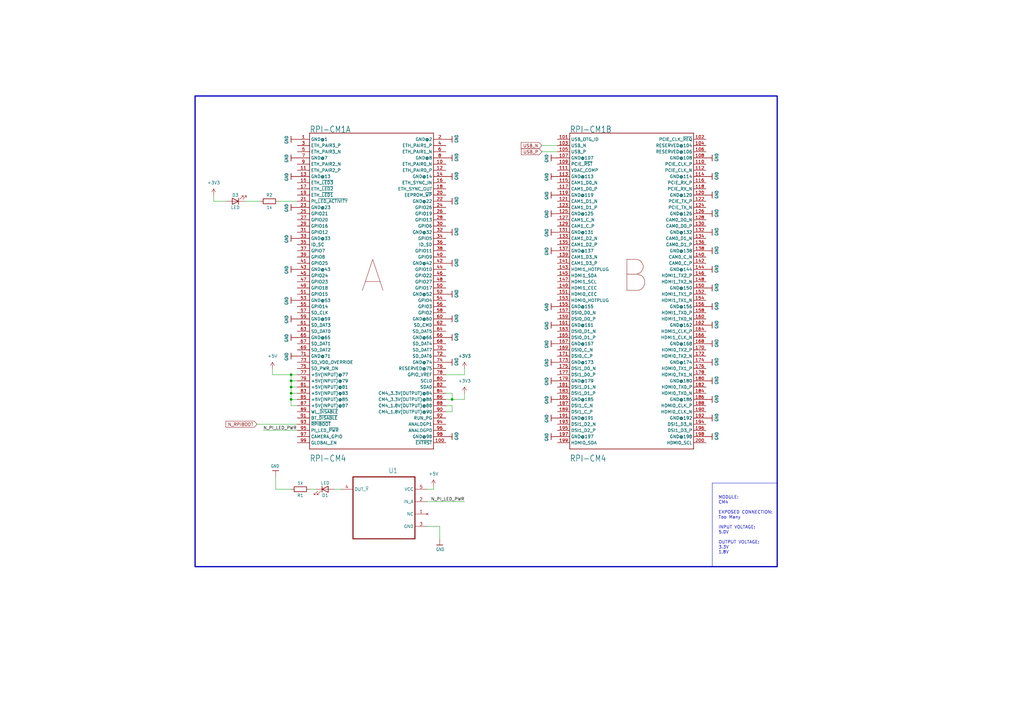
<source format=kicad_sch>
(kicad_sch (version 20230121) (generator eeschema)
  (paper "A3")
  (lib_symbols
    (symbol "AI_EINK-eagle-import:MC74VHC1G14DFT1G_MC74VHC1G14DFT1G"
      (property "Reference" "U" (at -5.6896 11.5824 0))
      (symbol "MC74VHC1G14DFT1G_MC74VHC1G14DFT1G_1_0"
        (polyline (pts (xy -12.7 -15.24) (xy 12.7 -15.24)) (stroke (width 0.4064)))
        (polyline (pts (xy -12.7 10.16) (xy -12.7 -15.24)) (stroke (width 0.4064)))
        (polyline (pts (xy 12.7 -15.24) (xy 12.7 10.16)) (stroke (width 0.4064)))
        (polyline (pts (xy 12.7 10.16) (xy -12.7 10.16)) (stroke (width 0.4064)))
        (pin no_connect line (at -17.78 -5.08 0) (length 5.08) (name "NC") (number "1"))
        (pin input line (at -17.78 0 0) (length 5.08) (name "IN_A") (number "2"))
        (pin passive line (at -17.78 -10.16 0) (length 5.08) (name "GND") (number "3"))
        (pin output line (at 17.78 5.08 180) (length 5.08) (name "OUT_~{Y}") (number "4"))
        (pin power_in line (at -17.78 5.08 0) (length 5.08) (name "VCC") (number "5"))
      )
    )
    (symbol "AI_EINK-eagle-import:RPI-CM4_RPI-CM4"
      (property "Reference" "RPI-CM4" (at -0.0183 129.6926 0))
      (symbol "RPI-CM4_RPI-CM4_1_0"
        (polyline (pts (xy 0 0) (xy 50.8 0)) (stroke (width 0.254)))
        (polyline (pts (xy 0 129.54) (xy 0 0)) (stroke (width 0.254)))
        (polyline (pts (xy 50.8 0) (xy 50.8 129.54)) (stroke (width 0.254)))
        (polyline (pts (xy 50.8 129.54) (xy 0 129.54)) (stroke (width 0.254)))
        (text "A" (at 20.32 63.5 0) (effects (font (size 12.7 12.7)) (justify left bottom)))
        (pin passive line (at -5.08 127 0) (length 5.08) (name "GND@1") (number "1"))
        (pin passive line (at 55.88 116.84 180) (length 5.08) (name "ETH_PAIR0_N") (number "10"))
        (pin passive line (at 55.88 2.54 180) (length 5.08) (name "~{EXTRST}") (number "100"))
        (pin passive line (at -5.08 114.3 0) (length 5.08) (name "ETH_PAIR2_P") (number "11"))
        (pin passive line (at 55.88 114.3 180) (length 5.08) (name "ETH_PAIR0_P") (number "12"))
        (pin passive line (at -5.08 111.76 0) (length 5.08) (name "GND@13") (number "13"))
        (pin passive line (at 55.88 111.76 180) (length 5.08) (name "GND@14") (number "14"))
        (pin passive line (at -5.08 109.22 0) (length 5.08) (name "ETH_~{LED3}") (number "15"))
        (pin passive line (at 55.88 109.22 180) (length 5.08) (name "ETH_SYNC_IN") (number "16"))
        (pin passive line (at -5.08 106.68 0) (length 5.08) (name "ETH_~{LED2}") (number "17"))
        (pin passive line (at 55.88 106.68 180) (length 5.08) (name "ETH_SYNC_OUT") (number "18"))
        (pin passive line (at -5.08 104.14 0) (length 5.08) (name "ETH_~{LED1}") (number "19"))
        (pin passive line (at 55.88 127 180) (length 5.08) (name "GND@2") (number "2"))
        (pin passive line (at 55.88 104.14 180) (length 5.08) (name "EEPROM_~{WP}") (number "20"))
        (pin passive line (at -5.08 101.6 0) (length 5.08) (name "PI_~{LED_ACTIVITY}") (number "21"))
        (pin passive line (at 55.88 101.6 180) (length 5.08) (name "GND@22") (number "22"))
        (pin passive line (at -5.08 99.06 0) (length 5.08) (name "GND@23") (number "23"))
        (pin passive line (at 55.88 99.06 180) (length 5.08) (name "GPIO26") (number "24"))
        (pin passive line (at -5.08 96.52 0) (length 5.08) (name "GPIO21") (number "25"))
        (pin passive line (at 55.88 96.52 180) (length 5.08) (name "GPIO19") (number "26"))
        (pin passive line (at -5.08 93.98 0) (length 5.08) (name "GPIO20") (number "27"))
        (pin passive line (at 55.88 93.98 180) (length 5.08) (name "GPIO13") (number "28"))
        (pin passive line (at -5.08 91.44 0) (length 5.08) (name "GPIO16") (number "29"))
        (pin passive line (at -5.08 124.46 0) (length 5.08) (name "ETH_PAIR3_P") (number "3"))
        (pin passive line (at 55.88 91.44 180) (length 5.08) (name "GPIO6") (number "30"))
        (pin passive line (at -5.08 88.9 0) (length 5.08) (name "GPIO12") (number "31"))
        (pin passive line (at 55.88 88.9 180) (length 5.08) (name "GND@32") (number "32"))
        (pin passive line (at -5.08 86.36 0) (length 5.08) (name "GND@33") (number "33"))
        (pin passive line (at 55.88 86.36 180) (length 5.08) (name "GPIO5") (number "34"))
        (pin passive line (at -5.08 83.82 0) (length 5.08) (name "ID_SC") (number "35"))
        (pin passive line (at 55.88 83.82 180) (length 5.08) (name "ID_SD") (number "36"))
        (pin passive line (at -5.08 81.28 0) (length 5.08) (name "GPIO7") (number "37"))
        (pin passive line (at 55.88 81.28 180) (length 5.08) (name "GPIO11") (number "38"))
        (pin passive line (at -5.08 78.74 0) (length 5.08) (name "GPIO8") (number "39"))
        (pin passive line (at 55.88 124.46 180) (length 5.08) (name "ETH_PAIR1_P") (number "4"))
        (pin passive line (at 55.88 78.74 180) (length 5.08) (name "GPIO9") (number "40"))
        (pin passive line (at -5.08 76.2 0) (length 5.08) (name "GPIO25") (number "41"))
        (pin passive line (at 55.88 76.2 180) (length 5.08) (name "GND@42") (number "42"))
        (pin passive line (at -5.08 73.66 0) (length 5.08) (name "GND@43") (number "43"))
        (pin passive line (at 55.88 73.66 180) (length 5.08) (name "GPIO10") (number "44"))
        (pin passive line (at -5.08 71.12 0) (length 5.08) (name "GPIO24") (number "45"))
        (pin passive line (at 55.88 71.12 180) (length 5.08) (name "GPIO22") (number "46"))
        (pin passive line (at -5.08 68.58 0) (length 5.08) (name "GPIO23") (number "47"))
        (pin passive line (at 55.88 68.58 180) (length 5.08) (name "GPIO27") (number "48"))
        (pin passive line (at -5.08 66.04 0) (length 5.08) (name "GPIO18") (number "49"))
        (pin passive line (at -5.08 121.92 0) (length 5.08) (name "ETH_PAIR3_N") (number "5"))
        (pin passive line (at 55.88 66.04 180) (length 5.08) (name "GPIO17") (number "50"))
        (pin passive line (at -5.08 63.5 0) (length 5.08) (name "GPIO15") (number "51"))
        (pin passive line (at 55.88 63.5 180) (length 5.08) (name "GND@52") (number "52"))
        (pin passive line (at -5.08 60.96 0) (length 5.08) (name "GND@53") (number "53"))
        (pin passive line (at 55.88 60.96 180) (length 5.08) (name "GPIO4") (number "54"))
        (pin passive line (at -5.08 58.42 0) (length 5.08) (name "GPIO14") (number "55"))
        (pin passive line (at 55.88 58.42 180) (length 5.08) (name "GPIO3") (number "56"))
        (pin passive line (at -5.08 55.88 0) (length 5.08) (name "SD_CLK") (number "57"))
        (pin passive line (at 55.88 55.88 180) (length 5.08) (name "GPIO2") (number "58"))
        (pin passive line (at -5.08 53.34 0) (length 5.08) (name "GND@59") (number "59"))
        (pin passive line (at 55.88 121.92 180) (length 5.08) (name "ETH_PAIR1_N") (number "6"))
        (pin passive line (at 55.88 53.34 180) (length 5.08) (name "GND@60") (number "60"))
        (pin passive line (at -5.08 50.8 0) (length 5.08) (name "SD_DAT3") (number "61"))
        (pin passive line (at 55.88 50.8 180) (length 5.08) (name "SD_CMD") (number "62"))
        (pin passive line (at -5.08 48.26 0) (length 5.08) (name "SD_DAT0") (number "63"))
        (pin passive line (at 55.88 48.26 180) (length 5.08) (name "SD_DAT5") (number "64"))
        (pin passive line (at -5.08 45.72 0) (length 5.08) (name "GND@65") (number "65"))
        (pin passive line (at 55.88 45.72 180) (length 5.08) (name "GND@66") (number "66"))
        (pin passive line (at -5.08 43.18 0) (length 5.08) (name "SD_DAT1") (number "67"))
        (pin passive line (at 55.88 43.18 180) (length 5.08) (name "SD_DAT4") (number "68"))
        (pin passive line (at -5.08 40.64 0) (length 5.08) (name "SD_DAT2") (number "69"))
        (pin passive line (at -5.08 119.38 0) (length 5.08) (name "GND@7") (number "7"))
        (pin passive line (at 55.88 40.64 180) (length 5.08) (name "SD_DAT7") (number "70"))
        (pin passive line (at -5.08 38.1 0) (length 5.08) (name "GND@71") (number "71"))
        (pin passive line (at 55.88 38.1 180) (length 5.08) (name "SD_DAT6") (number "72"))
        (pin passive line (at -5.08 35.56 0) (length 5.08) (name "SD_VDD_OVERRIDE") (number "73"))
        (pin passive line (at 55.88 35.56 180) (length 5.08) (name "GND@74") (number "74"))
        (pin passive line (at -5.08 33.02 0) (length 5.08) (name "SD_PWR_ON") (number "75"))
        (pin passive line (at 55.88 33.02 180) (length 5.08) (name "RESERVED@75") (number "76"))
        (pin passive line (at -5.08 30.48 0) (length 5.08) (name "+5V(INPUT)@77") (number "77"))
        (pin passive line (at 55.88 30.48 180) (length 5.08) (name "GPIO_VREF") (number "78"))
        (pin passive line (at -5.08 27.94 0) (length 5.08) (name "+5V(INPUT)@79") (number "79"))
        (pin passive line (at 55.88 119.38 180) (length 5.08) (name "GND@8") (number "8"))
        (pin passive line (at 55.88 27.94 180) (length 5.08) (name "SCL0") (number "80"))
        (pin passive line (at -5.08 25.4 0) (length 5.08) (name "+5V(INPUT)@81") (number "81"))
        (pin passive line (at 55.88 25.4 180) (length 5.08) (name "SDA0") (number "82"))
        (pin passive line (at -5.08 22.86 0) (length 5.08) (name "+5V(INPUT)@83") (number "83"))
        (pin passive line (at 55.88 22.86 180) (length 5.08) (name "CM4_3.3V(OUTPUT)@84") (number "84"))
        (pin passive line (at -5.08 20.32 0) (length 5.08) (name "+5V(INPUT)@85") (number "85"))
        (pin passive line (at 55.88 20.32 180) (length 5.08) (name "CM4_3.3V(OUTPUT)@86") (number "86"))
        (pin passive line (at -5.08 17.78 0) (length 5.08) (name "+5V(INPUT)@87") (number "87"))
        (pin passive line (at 55.88 17.78 180) (length 5.08) (name "CM4_1.8V(OUTPUT)@88") (number "88"))
        (pin passive line (at -5.08 15.24 0) (length 5.08) (name "WL_~{DISABLE}") (number "89"))
        (pin passive line (at -5.08 116.84 0) (length 5.08) (name "ETH_PAIR2_N") (number "9"))
        (pin passive line (at 55.88 15.24 180) (length 5.08) (name "CM4_1.8V(OUTPUT)@90") (number "90"))
        (pin passive line (at -5.08 12.7 0) (length 5.08) (name "BT_~{DISABLE}") (number "91"))
        (pin passive line (at 55.88 12.7 180) (length 5.08) (name "RUN_PG") (number "92"))
        (pin passive line (at -5.08 10.16 0) (length 5.08) (name "~{RPIBOOT}") (number "93"))
        (pin passive line (at 55.88 10.16 180) (length 5.08) (name "ANALOGP1") (number "94"))
        (pin passive line (at -5.08 7.62 0) (length 5.08) (name "PI_LED_~{PWR}") (number "95"))
        (pin passive line (at 55.88 7.62 180) (length 5.08) (name "ANALOGP0") (number "96"))
        (pin passive line (at -5.08 5.08 0) (length 5.08) (name "CAMERA_GPIO") (number "97"))
        (pin passive line (at 55.88 5.08 180) (length 5.08) (name "GND@98") (number "98"))
        (pin passive line (at -5.08 2.54 0) (length 5.08) (name "GLOBAL_EN") (number "99"))
      )
      (symbol "RPI-CM4_RPI-CM4_2_0"
        (polyline (pts (xy 0 0) (xy 50.8 0)) (stroke (width 0.254)))
        (polyline (pts (xy 0 129.54) (xy 0 0)) (stroke (width 0.254)))
        (polyline (pts (xy 50.8 0) (xy 50.8 129.54)) (stroke (width 0.254)))
        (polyline (pts (xy 50.8 129.54) (xy 0 129.54)) (stroke (width 0.254)))
        (text "B" (at 20.32 63.5 0) (effects (font (size 12.7 12.7)) (justify left bottom)))
        (pin passive line (at -5.08 127 0) (length 5.08) (name "USB_OTG_ID") (number "101"))
        (pin passive line (at 55.88 127 180) (length 5.08) (name "PCIE_CLK_~{REQ}") (number "102"))
        (pin passive line (at -5.08 124.46 0) (length 5.08) (name "USB_N") (number "103"))
        (pin passive line (at 55.88 124.46 180) (length 5.08) (name "RESERVED@104") (number "104"))
        (pin passive line (at -5.08 121.92 0) (length 5.08) (name "USB_P") (number "105"))
        (pin passive line (at 55.88 121.92 180) (length 5.08) (name "RESERVED@106") (number "106"))
        (pin passive line (at -5.08 119.38 0) (length 5.08) (name "GND@107") (number "107"))
        (pin passive line (at 55.88 119.38 180) (length 5.08) (name "GND@108") (number "108"))
        (pin passive line (at -5.08 116.84 0) (length 5.08) (name "PCIE_~{RST}") (number "109"))
        (pin passive line (at 55.88 116.84 180) (length 5.08) (name "PCIE_CLK_P") (number "110"))
        (pin passive line (at -5.08 114.3 0) (length 5.08) (name "VDAC_COMP") (number "111"))
        (pin passive line (at 55.88 114.3 180) (length 5.08) (name "PCIE_CLK_N") (number "112"))
        (pin passive line (at -5.08 111.76 0) (length 5.08) (name "GND@113") (number "113"))
        (pin passive line (at 55.88 111.76 180) (length 5.08) (name "GND@114") (number "114"))
        (pin passive line (at -5.08 109.22 0) (length 5.08) (name "CAM1_D0_N") (number "115"))
        (pin passive line (at 55.88 109.22 180) (length 5.08) (name "PCIE_RX_P") (number "116"))
        (pin passive line (at -5.08 106.68 0) (length 5.08) (name "CAM1_D0_P") (number "117"))
        (pin passive line (at 55.88 106.68 180) (length 5.08) (name "PCIE_RX_N") (number "118"))
        (pin passive line (at -5.08 104.14 0) (length 5.08) (name "GND@119") (number "119"))
        (pin passive line (at 55.88 104.14 180) (length 5.08) (name "GND@120") (number "120"))
        (pin passive line (at -5.08 101.6 0) (length 5.08) (name "CAM1_D1_N") (number "121"))
        (pin passive line (at 55.88 101.6 180) (length 5.08) (name "PCIE_TX_P") (number "122"))
        (pin passive line (at -5.08 99.06 0) (length 5.08) (name "CAM1_D1_P") (number "123"))
        (pin passive line (at 55.88 99.06 180) (length 5.08) (name "PCIE_TX_N") (number "124"))
        (pin passive line (at -5.08 96.52 0) (length 5.08) (name "GND@125") (number "125"))
        (pin passive line (at 55.88 96.52 180) (length 5.08) (name "GND@126") (number "126"))
        (pin passive line (at -5.08 93.98 0) (length 5.08) (name "CAM1_C_N") (number "127"))
        (pin passive line (at 55.88 93.98 180) (length 5.08) (name "CAM0_D0_N") (number "128"))
        (pin passive line (at -5.08 91.44 0) (length 5.08) (name "CAM1_C_P") (number "129"))
        (pin passive line (at 55.88 91.44 180) (length 5.08) (name "CAM0_D0_P") (number "130"))
        (pin passive line (at -5.08 88.9 0) (length 5.08) (name "GND@131") (number "131"))
        (pin passive line (at 55.88 88.9 180) (length 5.08) (name "GND@132") (number "132"))
        (pin passive line (at -5.08 86.36 0) (length 5.08) (name "CAM1_D2_N") (number "133"))
        (pin passive line (at 55.88 86.36 180) (length 5.08) (name "CAM0_D1_N") (number "134"))
        (pin passive line (at -5.08 83.82 0) (length 5.08) (name "CAM1_D2_P") (number "135"))
        (pin passive line (at 55.88 83.82 180) (length 5.08) (name "CAM0_D1_P") (number "136"))
        (pin passive line (at -5.08 81.28 0) (length 5.08) (name "GND@137") (number "137"))
        (pin passive line (at 55.88 81.28 180) (length 5.08) (name "GND@138") (number "138"))
        (pin passive line (at -5.08 78.74 0) (length 5.08) (name "CAM1_D3_N") (number "139"))
        (pin passive line (at 55.88 78.74 180) (length 5.08) (name "CAM0_C_N") (number "140"))
        (pin passive line (at -5.08 76.2 0) (length 5.08) (name "CAM1_D3_P") (number "141"))
        (pin passive line (at 55.88 76.2 180) (length 5.08) (name "CAM0_C_P") (number "142"))
        (pin passive line (at -5.08 73.66 0) (length 5.08) (name "HDMI1_HOTPLUG") (number "143"))
        (pin passive line (at 55.88 73.66 180) (length 5.08) (name "GND@144") (number "144"))
        (pin passive line (at -5.08 71.12 0) (length 5.08) (name "HDMI1_SDA") (number "145"))
        (pin passive line (at 55.88 71.12 180) (length 5.08) (name "HDMI1_TX2_P") (number "146"))
        (pin passive line (at -5.08 68.58 0) (length 5.08) (name "HDMI1_SCL") (number "147"))
        (pin passive line (at 55.88 68.58 180) (length 5.08) (name "HDMI1_TX2_N") (number "148"))
        (pin passive line (at -5.08 66.04 0) (length 5.08) (name "HDMI1_CEC") (number "149"))
        (pin passive line (at 55.88 66.04 180) (length 5.08) (name "GND@150") (number "150"))
        (pin passive line (at -5.08 63.5 0) (length 5.08) (name "HDMI0_CEC") (number "151"))
        (pin passive line (at 55.88 63.5 180) (length 5.08) (name "HDMI1_TX1_P") (number "152"))
        (pin passive line (at -5.08 60.96 0) (length 5.08) (name "HDMI0_HOTPLUG") (number "153"))
        (pin passive line (at 55.88 60.96 180) (length 5.08) (name "HDMI1_TX1_N") (number "154"))
        (pin passive line (at -5.08 58.42 0) (length 5.08) (name "GND@155") (number "155"))
        (pin passive line (at 55.88 58.42 180) (length 5.08) (name "GND@156") (number "156"))
        (pin passive line (at -5.08 55.88 0) (length 5.08) (name "DSI0_D0_N") (number "157"))
        (pin passive line (at 55.88 55.88 180) (length 5.08) (name "HDMI1_TX0_P") (number "158"))
        (pin passive line (at -5.08 53.34 0) (length 5.08) (name "DSI0_D0_P") (number "159"))
        (pin passive line (at 55.88 53.34 180) (length 5.08) (name "HDMI1_TX0_N") (number "160"))
        (pin passive line (at -5.08 50.8 0) (length 5.08) (name "GND@161") (number "161"))
        (pin passive line (at 55.88 50.8 180) (length 5.08) (name "GND@162") (number "162"))
        (pin passive line (at -5.08 48.26 0) (length 5.08) (name "DSI0_D1_N") (number "163"))
        (pin passive line (at 55.88 48.26 180) (length 5.08) (name "HDMI1_CLK_P") (number "164"))
        (pin passive line (at -5.08 45.72 0) (length 5.08) (name "DSI0_D1_P") (number "165"))
        (pin passive line (at 55.88 45.72 180) (length 5.08) (name "HDMI1_CLK_N") (number "166"))
        (pin passive line (at -5.08 43.18 0) (length 5.08) (name "GND@167") (number "167"))
        (pin passive line (at 55.88 43.18 180) (length 5.08) (name "GND@168") (number "168"))
        (pin passive line (at -5.08 40.64 0) (length 5.08) (name "DSI0_C_N") (number "169"))
        (pin passive line (at 55.88 40.64 180) (length 5.08) (name "HDMI0_TX2_P") (number "170"))
        (pin passive line (at -5.08 38.1 0) (length 5.08) (name "DSI0_C_P") (number "171"))
        (pin passive line (at 55.88 38.1 180) (length 5.08) (name "HDMI0_TX2_N") (number "172"))
        (pin passive line (at -5.08 35.56 0) (length 5.08) (name "GND@173") (number "173"))
        (pin passive line (at 55.88 35.56 180) (length 5.08) (name "GND@174") (number "174"))
        (pin passive line (at -5.08 33.02 0) (length 5.08) (name "DSI1_D0_N") (number "175"))
        (pin passive line (at 55.88 33.02 180) (length 5.08) (name "HDMI0_TX1_P") (number "176"))
        (pin passive line (at -5.08 30.48 0) (length 5.08) (name "DSI1_D0_P") (number "177"))
        (pin passive line (at 55.88 30.48 180) (length 5.08) (name "HDMI0_TX1_N") (number "178"))
        (pin passive line (at -5.08 27.94 0) (length 5.08) (name "GND@179") (number "179"))
        (pin passive line (at 55.88 27.94 180) (length 5.08) (name "GND@180") (number "180"))
        (pin passive line (at -5.08 25.4 0) (length 5.08) (name "DSI1_D1_N") (number "181"))
        (pin passive line (at 55.88 25.4 180) (length 5.08) (name "HDMI0_TX0_P") (number "182"))
        (pin passive line (at -5.08 22.86 0) (length 5.08) (name "DSI1_D1_P") (number "183"))
        (pin passive line (at 55.88 22.86 180) (length 5.08) (name "HDMI0_TX0_N") (number "184"))
        (pin passive line (at -5.08 20.32 0) (length 5.08) (name "GND@185") (number "185"))
        (pin passive line (at 55.88 20.32 180) (length 5.08) (name "GND@186") (number "186"))
        (pin passive line (at -5.08 17.78 0) (length 5.08) (name "DSI1_C_N") (number "187"))
        (pin passive line (at 55.88 17.78 180) (length 5.08) (name "HDMI0_CLK_P") (number "188"))
        (pin passive line (at -5.08 15.24 0) (length 5.08) (name "DSI1_C_P") (number "189"))
        (pin passive line (at 55.88 15.24 180) (length 5.08) (name "HDMI0_CLK_N") (number "190"))
        (pin passive line (at -5.08 12.7 0) (length 5.08) (name "GND@191") (number "191"))
        (pin passive line (at 55.88 12.7 180) (length 5.08) (name "GND@192") (number "192"))
        (pin passive line (at -5.08 10.16 0) (length 5.08) (name "DSI1_D2_N") (number "193"))
        (pin passive line (at 55.88 10.16 180) (length 5.08) (name "DSI1_D3_N") (number "194"))
        (pin passive line (at -5.08 7.62 0) (length 5.08) (name "DSI1_D2_P") (number "195"))
        (pin passive line (at 55.88 7.62 180) (length 5.08) (name "DSI1_D3_P") (number "196"))
        (pin passive line (at -5.08 5.08 0) (length 5.08) (name "GND@197") (number "197"))
        (pin passive line (at 55.88 5.08 180) (length 5.08) (name "GND@198") (number "198"))
        (pin passive line (at -5.08 2.54 0) (length 5.08) (name "HDMI0_SDA") (number "199"))
        (pin passive line (at 55.88 2.54 180) (length 5.08) (name "HDMI0_SCL") (number "200"))
      )
    )
    (symbol "AI_EINK-eagle-import:microbuilder_GND" (power)
      (property "Value" "microbuilder_GND" (at -1.524 -2.54 0))
      (symbol "microbuilder_GND_1_0"
        (polyline (pts (xy -1.27 0) (xy 1.27 0)) (stroke (width 0.254)))
        (pin power_in line (at 0 2.54 270) (length 2.54) (name "GND") (number "1"))
      )
    )
    (symbol "Device:LED" (pin_numbers hide) (pin_names (offset 1.016) hide)
      (property "Reference" "D" (at 0 2.54 0))
      (property "Value" "LED" (at 0 -2.54 0))
      (symbol "LED_0_1"
        (polyline (pts (xy -1.27 -1.27) (xy -1.27 1.27)) (stroke (width 0.254)))
        (polyline (pts (xy -1.27 0) (xy 1.27 0)))
        (polyline (pts (xy 1.27 -1.27) (xy 1.27 1.27) (xy -1.27 0) (xy 1.27 -1.27)) (stroke (width 0.254)))
        (polyline (pts (xy -3.048 -0.762) (xy -4.572 -2.286) (xy -3.81 -2.286) (xy -4.572 -2.286) (xy -4.572 -1.524)))
        (polyline (pts (xy -1.778 -0.762) (xy -3.302 -2.286) (xy -2.54 -2.286) (xy -3.302 -2.286) (xy -3.302 -1.524)))
      )
      (symbol "LED_1_1"
        (pin passive line (at -3.81 0 0) (length 2.54) (name "K") (number "1"))
        (pin passive line (at 3.81 0 180) (length 2.54) (name "A") (number "2"))
      )
    )
    (symbol "Device:R" (pin_numbers hide) (pin_names (offset 0))
      (property "Reference" "R" (at 2.032 0 90))
      (property "Value" "R" (at 0 0 90))
      (symbol "R_0_1"
        (rectangle (start -1.016 -2.54) (end 1.016 2.54) (stroke (width 0.254)))
      )
      (symbol "R_1_1"
        (pin passive line (at 0 3.81 270) (length 1.27) (name "~") (number "1"))
        (pin passive line (at 0 -3.81 90) (length 1.27) (name "~") (number "2"))
      )
    )
    (symbol "power:+3V3" (power) (pin_names (offset 0))
      (property "Value" "+3V3" (at 0 3.556 0))
      (symbol "+3V3_0_1"
        (polyline (pts (xy -0.762 1.27) (xy 0 2.54)))
        (polyline (pts (xy 0 0) (xy 0 2.54)))
        (polyline (pts (xy 0 2.54) (xy 0.762 1.27)))
      )
      (symbol "+3V3_1_1"
        (pin power_in line (at 0 0 90) (length 0) hide (name "+3V3") (number "1"))
      )
    )
    (symbol "power:+5V" (power) (pin_names (offset 0))
      (property "Value" "+5V" (at 0 3.556 0))
      (symbol "+5V_0_1"
        (polyline (pts (xy -0.762 1.27) (xy 0 2.54)))
        (polyline (pts (xy 0 0) (xy 0 2.54)))
        (polyline (pts (xy 0 2.54) (xy 0.762 1.27)))
      )
      (symbol "+5V_1_1"
        (pin power_in line (at 0 0 90) (length 0) hide (name "+5V") (number "1"))
      )
    )
  )
  (junction (at 119.38 156.21))
  (junction (at 119.38 153.67))
  (junction (at 119.38 158.75))
  (junction (at 185.42 163.83))
  (junction (at 119.38 163.83))
  (junction (at 119.38 161.29))
  (wire (pts (xy 118.11 200.66) (xy 119.38 200.66)))
  (wire (pts (xy 177.8 199.39) (xy 177.8 200.66)))
  (wire (pts (xy 182.88 161.29) (xy 185.42 161.29)) (stroke (width 0.1524)))
  (wire (pts (xy 119.38 158.75) (xy 121.92 158.75)) (stroke (width 0.1524)))
  (wire (pts (xy 121.92 176.53) (xy 107.95 176.53)) (stroke (width 0.1524)))
  (wire (pts (xy 121.92 163.83) (xy 119.38 163.83)) (stroke (width 0.1524)))
  (wire (pts (xy 119.38 153.67) (xy 111.76 153.67)) (stroke (width 0.1524)))
  (wire (pts (xy 185.42 161.29) (xy 185.42 163.83)) (stroke (width 0.1524)))
  (wire (pts (xy 182.88 153.67) (xy 190.5 153.67)) (stroke (width 0.1524)))
  (wire (pts (xy 121.92 153.67) (xy 119.38 153.67)) (stroke (width 0.1524)))
  (wire (pts (xy 185.42 163.83) (xy 182.88 163.83)) (stroke (width 0.1524)))
  (wire (pts (xy 119.38 153.67) (xy 119.38 156.21)) (stroke (width 0.1524)))
  (wire (pts (xy 190.5 153.67) (xy 190.5 151.13)) (stroke (width 0.1524)))
  (wire (pts (xy 87.63 82.55) (xy 87.63 80.01)) (stroke (width 0.1524)))
  (wire (pts (xy 119.38 158.75) (xy 119.38 161.29)) (stroke (width 0.1524)))
  (wire (pts (xy 175.26 205.74) (xy 190.5 205.74)))
  (wire (pts (xy 121.92 173.99) (xy 105.41 173.99)) (stroke (width 0.1524)))
  (wire (pts (xy 119.38 156.21) (xy 121.92 156.21)) (stroke (width 0.1524)))
  (wire (pts (xy 137.16 200.66) (xy 139.7 200.66)) (stroke (width 0.1524)))
  (wire (pts (xy 118.11 200.66) (xy 113.03 200.66)) (stroke (width 0.1524)))
  (wire (pts (xy 119.38 156.21) (xy 119.38 158.75)) (stroke (width 0.1524)))
  (wire (pts (xy 175.26 215.9) (xy 180.34 215.9)) (stroke (width 0.1524)))
  (wire (pts (xy 105.41 82.55) (xy 100.33 82.55)) (stroke (width 0.1524)))
  (wire (pts (xy 92.71 82.55) (xy 87.63 82.55)) (stroke (width 0.1524)))
  (wire (pts (xy 127 200.66) (xy 129.54 200.66)) (stroke (width 0.1524)))
  (wire (pts (xy 185.42 168.91) (xy 182.88 168.91)) (stroke (width 0.1524)))
  (wire (pts (xy 185.42 163.83) (xy 190.5 163.83)) (stroke (width 0.1524)))
  (wire (pts (xy 119.38 166.37) (xy 121.92 166.37)) (stroke (width 0.1524)))
  (wire (pts (xy 185.42 166.37) (xy 185.42 168.91)) (stroke (width 0.1524)))
  (wire (pts (xy 121.92 161.29) (xy 119.38 161.29)) (stroke (width 0.1524)))
  (wire (pts (xy 228.6 62.23) (xy 222.25 62.23)) (stroke (width 0.1524)))
  (wire (pts (xy 190.5 163.83) (xy 190.5 161.29)) (stroke (width 0.1524)))
  (wire (pts (xy 105.41 82.55) (xy 106.68 82.55)))
  (wire (pts (xy 119.38 163.83) (xy 119.38 166.37)) (stroke (width 0.1524)))
  (wire (pts (xy 113.03 200.66) (xy 113.03 195.58)) (stroke (width 0.1524)))
  (wire (pts (xy 114.3 82.55) (xy 121.92 82.55)) (stroke (width 0.1524)))
  (wire (pts (xy 111.76 153.67) (xy 111.76 151.13)) (stroke (width 0.1524)))
  (wire (pts (xy 175.26 200.66) (xy 177.8 200.66)))
  (wire (pts (xy 180.34 215.9) (xy 180.34 220.98)) (stroke (width 0.1524)))
  (wire (pts (xy 228.6 59.69) (xy 222.25 59.69)) (stroke (width 0.1524)))
  (wire (pts (xy 119.38 161.29) (xy 119.38 163.83)) (stroke (width 0.1524)))
  (wire (pts (xy 182.88 166.37) (xy 185.42 166.37)) (stroke (width 0.1524)))
  (rectangle (start 80.01 39.37) (end 318.77 232.41) (stroke (width 0.5)))
  (rectangle (start 292.1 198.12) (end 318.77 232.41))
  (text "MODULE:\nCM4\n\nEXPOSED CONNECTION: \nToo Many\n\nINPUT VOLTAGE:\n5.0V\n\nOUTPUT VOLTAGE:\n3.3V\n1.8V\n" (at 294.64 227.33 0) (effects (font (size 1.27 1.27)) (justify left bottom)))
  (label "N_PI_LED_PWR" (at 107.95 176.53 0))
  (label "N_PI_LED_PWR" (at 190.5 205.74 180))
  (global_label "N_RPIBOOT" (shape input) (at 105.41 173.99 180) (property "Intersheetrefs" "${INTERSHEET_REFS}" (effects hide)))
  (global_label "USB_N" (shape input) (at 222.25 59.69 180) (property "Intersheetrefs" "${INTERSHEET_REFS}" (effects hide)))
  (global_label "USB_P" (shape input) (at 222.25 62.23 180) (property "Intersheetrefs" "${INTERSHEET_REFS}" (effects hide)))
  (symbol (lib_id "AI_EINK-eagle-import:microbuilder_GND") (at 292.1 148.59 90) (unit 1)
    (property "Reference" "#U$050" (effects hide))
    (property "Value" "GND" (at 294.64 150.114 0) (effects (font (size 1.27 1.0795)) (justify left bottom)))
  )
  (symbol (lib_id "AI_EINK-eagle-import:microbuilder_GND") (at 119.38 110.49 270) (unit 1)
    (property "Reference" "#U$09" (effects hide))
    (property "Value" "GND" (at 116.84 108.966 0) (effects (font (size 1.27 1.0795)) (justify left bottom)))
  )
  (symbol (lib_id "AI_EINK-eagle-import:microbuilder_GND") (at 292.1 95.25 90) (unit 1)
    (property "Reference" "#U$043" (effects hide))
    (property "Value" "GND" (at 294.64 96.774 0) (effects (font (size 1.27 1.0795)) (justify left bottom)))
  )
  (symbol (lib_id "AI_EINK-eagle-import:microbuilder_GND") (at 292.1 110.49 90) (unit 1)
    (property "Reference" "#U$045" (effects hide))
    (property "Value" "GND" (at 294.64 112.014 0) (effects (font (size 1.27 1.0795)) (justify left bottom)))
  )
  (symbol (lib_id "AI_EINK-eagle-import:microbuilder_GND") (at 292.1 163.83 90) (unit 1)
    (property "Reference" "#U$052" (effects hide))
    (property "Value" "GND" (at 294.64 165.354 0) (effects (font (size 1.27 1.0795)) (justify left bottom)))
  )
  (symbol (lib_id "AI_EINK-eagle-import:microbuilder_GND") (at 292.1 133.35 90) (unit 1)
    (property "Reference" "#U$048" (effects hide))
    (property "Value" "GND" (at 294.64 134.874 0) (effects (font (size 1.27 1.0795)) (justify left bottom)))
  )
  (symbol (lib_id "Device:R") (at 123.19 200.66 270) (unit 1)
    (property "Reference" "R1" (at 123.19 203.2 90))
    (property "Value" "1k" (at 123.19 198.12 90))
    (property "Footprint" "Resistor_SMD:R_0402_1005Metric" (effects hide))
  )
  (symbol (lib_id "AI_EINK-eagle-import:microbuilder_GND") (at 226.06 133.35 270) (unit 1)
    (property "Reference" "#U$032" (effects hide))
    (property "Value" "GND" (at 223.52 131.826 0) (effects (font (size 1.27 1.0795)) (justify left bottom)))
  )
  (symbol (lib_id "AI_EINK-eagle-import:MC74VHC1G14DFT1G_MC74VHC1G14DFT1G") (at 157.48 205.74 0) (mirror y) (unit 1)
    (property "Reference" "U1" (at 163.1696 194.1576 0) (effects (font (size 2.0828 1.7703)) (justify left bottom)))
    (property "Value" "MC74VHC1G14DFT1G" (effects hide))
    (property "Footprint" "AI_EINK:SOT65P210X110-5N" (effects hide))
  )
  (symbol (lib_id "AI_EINK-eagle-import:microbuilder_GND") (at 226.06 125.73 270) (unit 1)
    (property "Reference" "#U$031" (effects hide))
    (property "Value" "GND" (at 223.52 124.206 0) (effects (font (size 1.27 1.0795)) (justify left bottom)))
  )
  (symbol (lib_id "AI_EINK-eagle-import:microbuilder_GND") (at 226.06 87.63 270) (unit 1)
    (property "Reference" "#U$028" (effects hide))
    (property "Value" "GND" (at 223.52 86.106 0) (effects (font (size 1.27 1.0795)) (justify left bottom)))
  )
  (symbol (lib_id "AI_EINK-eagle-import:microbuilder_GND") (at 185.42 138.43 90) (unit 1)
    (property "Reference" "#U$022" (effects hide))
    (property "Value" "GND" (at 187.96 139.954 0) (effects (font (size 1.27 1.0795)) (justify left bottom)))
  )
  (symbol (lib_id "AI_EINK-eagle-import:microbuilder_GND") (at 185.42 179.07 90) (unit 1)
    (property "Reference" "#U$024" (effects hide))
    (property "Value" "GND" (at 187.96 180.594 0) (effects (font (size 1.27 1.0795)) (justify left bottom)))
  )
  (symbol (lib_id "AI_EINK-eagle-import:microbuilder_GND") (at 119.38 130.81 270) (unit 1)
    (property "Reference" "#U$011" (effects hide))
    (property "Value" "GND" (at 116.84 129.286 0) (effects (font (size 1.27 1.0795)) (justify left bottom)))
  )
  (symbol (lib_id "AI_EINK-eagle-import:microbuilder_GND") (at 185.42 82.55 90) (unit 1)
    (property "Reference" "#U$017" (effects hide))
    (property "Value" "GND" (at 187.96 84.074 0) (effects (font (size 1.27 1.0795)) (justify left bottom)))
  )
  (symbol (lib_id "AI_EINK-eagle-import:microbuilder_GND") (at 292.1 171.45 90) (unit 1)
    (property "Reference" "#U$053" (effects hide))
    (property "Value" "GND" (at 294.64 172.974 0) (effects (font (size 1.27 1.0795)) (justify left bottom)))
  )
  (symbol (lib_id "AI_EINK-eagle-import:microbuilder_GND") (at 226.06 148.59 270) (unit 1)
    (property "Reference" "#U$034" (effects hide))
    (property "Value" "GND" (at 223.52 147.066 0) (effects (font (size 1.27 1.0795)) (justify left bottom)))
  )
  (symbol (lib_id "AI_EINK-eagle-import:microbuilder_GND") (at 226.06 72.39 270) (unit 1)
    (property "Reference" "#U$026" (effects hide))
    (property "Value" "GND" (at 223.52 70.866 0) (effects (font (size 1.27 1.0795)) (justify left bottom)))
  )
  (symbol (lib_id "AI_EINK-eagle-import:microbuilder_GND") (at 185.42 107.95 90) (unit 1)
    (property "Reference" "#U$019" (effects hide))
    (property "Value" "GND" (at 187.96 109.474 0) (effects (font (size 1.27 1.0795)) (justify left bottom)))
  )
  (symbol (lib_id "AI_EINK-eagle-import:microbuilder_GND") (at 292.1 156.21 90) (unit 1)
    (property "Reference" "#U$051" (effects hide))
    (property "Value" "GND" (at 294.64 157.734 0) (effects (font (size 1.27 1.0795)) (justify left bottom)))
  )
  (symbol (lib_id "AI_EINK-eagle-import:microbuilder_GND") (at 185.42 130.81 90) (unit 1)
    (property "Reference" "#U$021" (effects hide))
    (property "Value" "GND" (at 187.96 132.334 0) (effects (font (size 1.27 1.0795)) (justify left bottom)))
  )
  (symbol (lib_id "power:+3V3") (at 190.5 161.29 0) (unit 1)
    (property "Reference" "#PWR04" (effects hide))
    (property "Value" "+3V3" (at 190.5 156.21 0))
  )
  (symbol (lib_id "AI_EINK-eagle-import:microbuilder_GND") (at 180.34 223.52 0) (unit 1)
    (property "Reference" "#U$02" (effects hide))
    (property "Value" "GND" (at 178.816 226.06 0) (effects (font (size 1.27 1.0795)) (justify left bottom)))
  )
  (symbol (lib_id "AI_EINK-eagle-import:microbuilder_GND") (at 185.42 64.77 90) (unit 1)
    (property "Reference" "#U$015" (effects hide))
    (property "Value" "GND" (at 187.96 66.294 0) (effects (font (size 1.27 1.0795)) (justify left bottom)))
  )
  (symbol (lib_id "AI_EINK-eagle-import:microbuilder_GND") (at 226.06 156.21 270) (unit 1)
    (property "Reference" "#U$035" (effects hide))
    (property "Value" "GND" (at 223.52 154.686 0) (effects (font (size 1.27 1.0795)) (justify left bottom)))
  )
  (symbol (lib_id "AI_EINK-eagle-import:microbuilder_GND") (at 185.42 148.59 90) (unit 1)
    (property "Reference" "#U$023" (effects hide))
    (property "Value" "GND" (at 187.96 150.114 0) (effects (font (size 1.27 1.0795)) (justify left bottom)))
  )
  (symbol (lib_id "AI_EINK-eagle-import:microbuilder_GND") (at 226.06 140.97 270) (unit 1)
    (property "Reference" "#U$033" (effects hide))
    (property "Value" "GND" (at 223.52 139.446 0) (effects (font (size 1.27 1.0795)) (justify left bottom)))
  )
  (symbol (lib_id "AI_EINK-eagle-import:microbuilder_GND") (at 185.42 72.39 90) (unit 1)
    (property "Reference" "#U$016" (effects hide))
    (property "Value" "GND" (at 187.96 73.914 0) (effects (font (size 1.27 1.0795)) (justify left bottom)))
  )
  (symbol (lib_id "AI_EINK-eagle-import:microbuilder_GND") (at 292.1 102.87 90) (unit 1)
    (property "Reference" "#U$044" (effects hide))
    (property "Value" "GND" (at 294.64 104.394 0) (effects (font (size 1.27 1.0795)) (justify left bottom)))
  )
  (symbol (lib_id "AI_EINK-eagle-import:microbuilder_GND") (at 292.1 87.63 90) (unit 1)
    (property "Reference" "#U$042" (effects hide))
    (property "Value" "GND" (at 294.64 89.154 0) (effects (font (size 1.27 1.0795)) (justify left bottom)))
  )
  (symbol (lib_id "power:+3V3") (at 87.63 80.01 0) (unit 1)
    (property "Reference" "#PWR01" (effects hide))
    (property "Value" "+3V3" (at 87.63 74.93 0))
  )
  (symbol (lib_id "AI_EINK-eagle-import:microbuilder_GND") (at 292.1 80.01 90) (unit 1)
    (property "Reference" "#U$041" (effects hide))
    (property "Value" "GND" (at 294.64 81.534 0) (effects (font (size 1.27 1.0795)) (justify left bottom)))
  )
  (symbol (lib_id "AI_EINK-eagle-import:microbuilder_GND") (at 292.1 179.07 90) (unit 1)
    (property "Reference" "#U$054" (effects hide))
    (property "Value" "GND" (at 294.64 180.594 0) (effects (font (size 1.27 1.0795)) (justify left bottom)))
  )
  (symbol (lib_id "AI_EINK-eagle-import:microbuilder_GND") (at 119.38 97.79 270) (unit 1)
    (property "Reference" "#U$08" (effects hide))
    (property "Value" "GND" (at 116.84 96.266 0) (effects (font (size 1.27 1.0795)) (justify left bottom)))
  )
  (symbol (lib_id "AI_EINK-eagle-import:microbuilder_GND") (at 226.06 163.83 270) (unit 1)
    (property "Reference" "#U$036" (effects hide))
    (property "Value" "GND" (at 223.52 162.306 0) (effects (font (size 1.27 1.0795)) (justify left bottom)))
  )
  (symbol (lib_id "AI_EINK-eagle-import:microbuilder_GND") (at 119.38 72.39 270) (unit 1)
    (property "Reference" "#U$06" (effects hide))
    (property "Value" "GND" (at 116.84 70.866 0) (effects (font (size 1.27 1.0795)) (justify left bottom)))
  )
  (symbol (lib_id "AI_EINK-eagle-import:microbuilder_GND") (at 185.42 120.65 90) (unit 1)
    (property "Reference" "#U$020" (effects hide))
    (property "Value" "GND" (at 187.96 122.174 0) (effects (font (size 1.27 1.0795)) (justify left bottom)))
  )
  (symbol (lib_id "Device:LED") (at 96.52 82.55 180) (unit 1)
    (property "Reference" "D3" (at 96.52 80.01 0))
    (property "Value" "LED" (at 96.52 85.09 0))
    (property "Footprint" "LED_SMD:LED_0402_1005Metric" (effects hide))
  )
  (symbol (lib_id "power:+3V3") (at 190.5 151.13 0) (unit 1)
    (property "Reference" "#PWR03" (effects hide))
    (property "Value" "+3V3" (at 190.5 146.05 0))
  )
  (symbol (lib_id "AI_EINK-eagle-import:microbuilder_GND") (at 292.1 140.97 90) (unit 1)
    (property "Reference" "#U$049" (effects hide))
    (property "Value" "GND" (at 294.64 142.494 0) (effects (font (size 1.27 1.0795)) (justify left bottom)))
  )
  (symbol (lib_id "AI_EINK-eagle-import:microbuilder_GND") (at 185.42 95.25 90) (unit 1)
    (property "Reference" "#U$018" (effects hide))
    (property "Value" "GND" (at 187.96 96.774 0) (effects (font (size 1.27 1.0795)) (justify left bottom)))
  )
  (symbol (lib_id "AI_EINK-eagle-import:microbuilder_GND") (at 113.03 193.04 180) (unit 1)
    (property "Reference" "#U$01" (effects hide))
    (property "Value" "GND" (at 114.554 190.5 0) (effects (font (size 1.27 1.0795)) (justify left bottom)))
  )
  (symbol (lib_id "AI_EINK-eagle-import:microbuilder_GND") (at 185.42 57.15 90) (unit 1)
    (property "Reference" "#U$014" (effects hide))
    (property "Value" "GND" (at 187.96 58.674 0) (effects (font (size 1.27 1.0795)) (justify left bottom)))
  )
  (symbol (lib_id "AI_EINK-eagle-import:microbuilder_GND") (at 226.06 80.01 270) (unit 1)
    (property "Reference" "#U$027" (effects hide))
    (property "Value" "GND" (at 223.52 78.486 0) (effects (font (size 1.27 1.0795)) (justify left bottom)))
  )
  (symbol (lib_id "power:+5V") (at 111.76 151.13 0) (unit 1)
    (property "Reference" "#PWR02" (effects hide))
    (property "Value" "+5V" (at 111.76 146.05 0))
  )
  (symbol (lib_id "AI_EINK-eagle-import:RPI-CM4_RPI-CM4") (at 127 184.15 0) (unit 1)
    (property "Reference" "RPI-CM1" (at 126.9816 54.4574 0) (effects (font (size 2.5461 2.1641)) (justify left bottom)))
    (property "Value" "RPI-CM4" (at 126.9837 189.3818 0) (effects (font (size 2.5454 2.1635)) (justify left bottom)))
    (property "Footprint" "AI_EINK:RPI-CM4" (effects hide))
  )
  (symbol (lib_id "AI_EINK-eagle-import:microbuilder_GND") (at 226.06 171.45 270) (unit 1)
    (property "Reference" "#U$037" (effects hide))
    (property "Value" "GND" (at 223.52 169.926 0) (effects (font (size 1.27 1.0795)) (justify left bottom)))
  )
  (symbol (lib_id "AI_EINK-eagle-import:microbuilder_GND") (at 226.06 179.07 270) (unit 1)
    (property "Reference" "#U$038" (effects hide))
    (property "Value" "GND" (at 223.52 177.546 0) (effects (font (size 1.27 1.0795)) (justify left bottom)))
  )
  (symbol (lib_id "AI_EINK-eagle-import:microbuilder_GND") (at 292.1 64.77 90) (unit 1)
    (property "Reference" "#U$039" (effects hide))
    (property "Value" "GND" (at 294.64 66.294 0) (effects (font (size 1.27 1.0795)) (justify left bottom)))
  )
  (symbol (lib_id "AI_EINK-eagle-import:microbuilder_GND") (at 226.06 64.77 270) (unit 1)
    (property "Reference" "#U$025" (effects hide))
    (property "Value" "GND" (at 223.52 63.246 0) (effects (font (size 1.27 1.0795)) (justify left bottom)))
  )
  (symbol (lib_id "AI_EINK-eagle-import:microbuilder_GND") (at 226.06 95.25 270) (unit 1)
    (property "Reference" "#U$029" (effects hide))
    (property "Value" "GND" (at 223.52 93.726 0) (effects (font (size 1.27 1.0795)) (justify left bottom)))
  )
  (symbol (lib_id "Device:LED") (at 133.35 200.66 0) (unit 1)
    (property "Reference" "D1" (at 133.35 203.2 0))
    (property "Value" "LED" (at 133.35 198.12 0))
    (property "Footprint" "LED_SMD:LED_0402_1005Metric" (effects hide))
  )
  (symbol (lib_id "AI_EINK-eagle-import:microbuilder_GND") (at 292.1 118.11 90) (unit 1)
    (property "Reference" "#U$046" (effects hide))
    (property "Value" "GND" (at 294.64 119.634 0) (effects (font (size 1.27 1.0795)) (justify left bottom)))
  )
  (symbol (lib_id "AI_EINK-eagle-import:microbuilder_GND") (at 292.1 125.73 90) (unit 1)
    (property "Reference" "#U$047" (effects hide))
    (property "Value" "GND" (at 294.64 127.254 0) (effects (font (size 1.27 1.0795)) (justify left bottom)))
  )
  (symbol (lib_id "power:+5V") (at 177.8 199.39 0) (unit 1)
    (property "Reference" "#PWR05" (effects hide))
    (property "Value" "+5V" (at 177.8 194.31 0))
  )
  (symbol (lib_id "AI_EINK-eagle-import:microbuilder_GND") (at 119.38 57.15 270) (unit 1)
    (property "Reference" "#U$04" (effects hide))
    (property "Value" "GND" (at 116.84 55.626 0) (effects (font (size 1.27 1.0795)) (justify left bottom)))
  )
  (symbol (lib_id "Device:R") (at 110.49 82.55 90) (unit 1)
    (property "Reference" "R2" (at 110.49 80.01 90))
    (property "Value" "1k" (at 110.49 85.09 90))
    (property "Footprint" "Resistor_SMD:R_0402_1005Metric" (effects hide))
  )
  (symbol (lib_id "AI_EINK-eagle-import:microbuilder_GND") (at 119.38 64.77 270) (unit 1)
    (property "Reference" "#U$05" (effects hide))
    (property "Value" "GND" (at 116.84 63.246 0) (effects (font (size 1.27 1.0795)) (justify left bottom)))
  )
  (symbol (lib_id "AI_EINK-eagle-import:microbuilder_GND") (at 119.38 85.09 270) (unit 1)
    (property "Reference" "#U$07" (effects hide))
    (property "Value" "GND" (at 116.84 83.566 0) (effects (font (size 1.27 1.0795)) (justify left bottom)))
  )
  (symbol (lib_id "AI_EINK-eagle-import:microbuilder_GND") (at 226.06 102.87 270) (unit 1)
    (property "Reference" "#U$030" (effects hide))
    (property "Value" "GND" (at 223.52 101.346 0) (effects (font (size 1.27 1.0795)) (justify left bottom)))
  )
  (symbol (lib_id "AI_EINK-eagle-import:microbuilder_GND") (at 119.38 138.43 270) (unit 1)
    (property "Reference" "#U$012" (effects hide))
    (property "Value" "GND" (at 116.84 136.906 0) (effects (font (size 1.27 1.0795)) (justify left bottom)))
  )
  (symbol (lib_id "AI_EINK-eagle-import:microbuilder_GND") (at 292.1 72.39 90) (unit 1)
    (property "Reference" "#U$040" (effects hide))
    (property "Value" "GND" (at 294.64 73.914 0) (effects (font (size 1.27 1.0795)) (justify left bottom)))
  )
  (symbol (lib_id "AI_EINK-eagle-import:microbuilder_GND") (at 119.38 123.19 270) (unit 1)
    (property "Reference" "#U$010" (effects hide))
    (property "Value" "GND" (at 116.84 121.666 0) (effects (font (size 1.27 1.0795)) (justify left bottom)))
  )
  (symbol (lib_id "AI_EINK-eagle-import:RPI-CM4_RPI-CM4") (at 233.68 184.15 0) (unit 2)
    (property "Reference" "RPI-CM1" (at 233.6616 54.4574 0) (effects (font (size 2.5461 2.1641)) (justify left bottom)))
    (property "Value" "RPI-CM4" (at 233.6637 189.3818 0) (effects (font (size 2.5454 2.1635)) (justify left bottom)))
    (property "Footprint" "AI_EINK:RPI-CM4" (effects hide))
  )
  (symbol (lib_id "AI_EINK-eagle-import:microbuilder_GND") (at 119.38 146.05 270) (unit 1)
    (property "Reference" "#U$013" (effects hide))
    (property "Value" "GND" (at 116.84 144.526 0) (effects (font (size 1.27 1.0795)) (justify left bottom)))
  )
)
</source>
